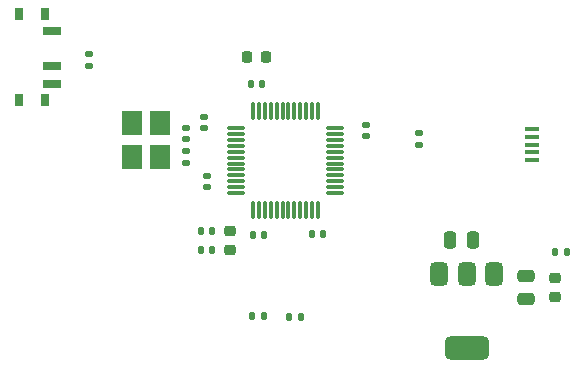
<source format=gbr>
%TF.GenerationSoftware,KiCad,Pcbnew,9.0.1*%
%TF.CreationDate,2025-06-08T22:19:25+02:00*%
%TF.ProjectId,STM32_Custom_Board,53544d33-325f-4437-9573-746f6d5f426f,rev?*%
%TF.SameCoordinates,Original*%
%TF.FileFunction,Paste,Top*%
%TF.FilePolarity,Positive*%
%FSLAX46Y46*%
G04 Gerber Fmt 4.6, Leading zero omitted, Abs format (unit mm)*
G04 Created by KiCad (PCBNEW 9.0.1) date 2025-06-08 22:19:25*
%MOMM*%
%LPD*%
G01*
G04 APERTURE LIST*
G04 Aperture macros list*
%AMRoundRect*
0 Rectangle with rounded corners*
0 $1 Rounding radius*
0 $2 $3 $4 $5 $6 $7 $8 $9 X,Y pos of 4 corners*
0 Add a 4 corners polygon primitive as box body*
4,1,4,$2,$3,$4,$5,$6,$7,$8,$9,$2,$3,0*
0 Add four circle primitives for the rounded corners*
1,1,$1+$1,$2,$3*
1,1,$1+$1,$4,$5*
1,1,$1+$1,$6,$7*
1,1,$1+$1,$8,$9*
0 Add four rect primitives between the rounded corners*
20,1,$1+$1,$2,$3,$4,$5,0*
20,1,$1+$1,$4,$5,$6,$7,0*
20,1,$1+$1,$6,$7,$8,$9,0*
20,1,$1+$1,$8,$9,$2,$3,0*%
G04 Aperture macros list end*
%ADD10RoundRect,0.375000X-0.375000X0.625000X-0.375000X-0.625000X0.375000X-0.625000X0.375000X0.625000X0*%
%ADD11RoundRect,0.500000X-1.400000X0.500000X-1.400000X-0.500000X1.400000X-0.500000X1.400000X0.500000X0*%
%ADD12RoundRect,0.250000X-0.250000X-0.475000X0.250000X-0.475000X0.250000X0.475000X-0.250000X0.475000X0*%
%ADD13RoundRect,0.140000X0.170000X-0.140000X0.170000X0.140000X-0.170000X0.140000X-0.170000X-0.140000X0*%
%ADD14RoundRect,0.140000X-0.170000X0.140000X-0.170000X-0.140000X0.170000X-0.140000X0.170000X0.140000X0*%
%ADD15RoundRect,0.135000X0.135000X0.185000X-0.135000X0.185000X-0.135000X-0.185000X0.135000X-0.185000X0*%
%ADD16RoundRect,0.140000X0.140000X0.170000X-0.140000X0.170000X-0.140000X-0.170000X0.140000X-0.170000X0*%
%ADD17RoundRect,0.250000X0.475000X-0.250000X0.475000X0.250000X-0.475000X0.250000X-0.475000X-0.250000X0*%
%ADD18RoundRect,0.225000X-0.225000X-0.250000X0.225000X-0.250000X0.225000X0.250000X-0.225000X0.250000X0*%
%ADD19R,1.300000X0.450000*%
%ADD20RoundRect,0.135000X-0.135000X-0.185000X0.135000X-0.185000X0.135000X0.185000X-0.135000X0.185000X0*%
%ADD21RoundRect,0.075000X-0.662500X-0.075000X0.662500X-0.075000X0.662500X0.075000X-0.662500X0.075000X0*%
%ADD22RoundRect,0.075000X-0.075000X-0.662500X0.075000X-0.662500X0.075000X0.662500X-0.075000X0.662500X0*%
%ADD23R,1.800000X2.100000*%
%ADD24RoundRect,0.140000X-0.140000X-0.170000X0.140000X-0.170000X0.140000X0.170000X-0.140000X0.170000X0*%
%ADD25RoundRect,0.135000X0.185000X-0.135000X0.185000X0.135000X-0.185000X0.135000X-0.185000X-0.135000X0*%
%ADD26RoundRect,0.135000X-0.185000X0.135000X-0.185000X-0.135000X0.185000X-0.135000X0.185000X0.135000X0*%
%ADD27RoundRect,0.218750X-0.256250X0.218750X-0.256250X-0.218750X0.256250X-0.218750X0.256250X0.218750X0*%
%ADD28R,0.800000X1.000000*%
%ADD29R,1.500000X0.700000*%
G04 APERTURE END LIST*
D10*
%TO.C,U1*%
X109300000Y-86350000D03*
X107000000Y-86350000D03*
D11*
X107000000Y-92650000D03*
D10*
X104700000Y-86350000D03*
%TD*%
D12*
%TO.C,C1*%
X105600000Y-83500000D03*
X107500000Y-83500000D03*
%TD*%
D13*
%TO.C,C8*%
X85000000Y-78980000D03*
X85000000Y-78020000D03*
%TD*%
D14*
%TO.C,C6*%
X98500000Y-73720000D03*
X98500000Y-74680000D03*
%TD*%
D15*
%TO.C,R5*%
X93000000Y-90000000D03*
X91980000Y-90000000D03*
%TD*%
D16*
%TO.C,C10*%
X85480000Y-84300000D03*
X84520000Y-84300000D03*
%TD*%
%TO.C,C9*%
X85480000Y-82700000D03*
X84520000Y-82700000D03*
%TD*%
D17*
%TO.C,C2*%
X112000000Y-88450000D03*
X112000000Y-86550000D03*
%TD*%
D18*
%TO.C,C3*%
X88425000Y-68000000D03*
X89975000Y-68000000D03*
%TD*%
D19*
%TO.C,J1*%
X112500000Y-76700000D03*
X112500000Y-76050000D03*
X112500000Y-75400000D03*
X112500000Y-74750000D03*
X112500000Y-74100000D03*
%TD*%
D20*
%TO.C,R1*%
X114490000Y-84500000D03*
X115510000Y-84500000D03*
%TD*%
%TO.C,R4*%
X88790000Y-89900000D03*
X89810000Y-89900000D03*
%TD*%
D21*
%TO.C,U2*%
X87500000Y-74000000D03*
X87500000Y-74500000D03*
X87500000Y-75000000D03*
X87500000Y-75500000D03*
X87500000Y-76000000D03*
X87500000Y-76500000D03*
X87500000Y-77000000D03*
X87500000Y-77500000D03*
X87500000Y-78000000D03*
X87500000Y-78500000D03*
X87500000Y-79000000D03*
X87500000Y-79500000D03*
D22*
X88912500Y-80912500D03*
X89412500Y-80912500D03*
X89912500Y-80912500D03*
X90412500Y-80912500D03*
X90912500Y-80912500D03*
X91412500Y-80912500D03*
X91912500Y-80912500D03*
X92412500Y-80912500D03*
X92912500Y-80912500D03*
X93412500Y-80912500D03*
X93912500Y-80912500D03*
X94412500Y-80912500D03*
D21*
X95825000Y-79500000D03*
X95825000Y-79000000D03*
X95825000Y-78500000D03*
X95825000Y-78000000D03*
X95825000Y-77500000D03*
X95825000Y-77000000D03*
X95825000Y-76500000D03*
X95825000Y-76000000D03*
X95825000Y-75500000D03*
X95825000Y-75000000D03*
X95825000Y-74500000D03*
X95825000Y-74000000D03*
D22*
X94412500Y-72587500D03*
X93912500Y-72587500D03*
X93412500Y-72587500D03*
X92912500Y-72587500D03*
X92412500Y-72587500D03*
X91912500Y-72587500D03*
X91412500Y-72587500D03*
X90912500Y-72587500D03*
X90412500Y-72587500D03*
X89912500Y-72587500D03*
X89412500Y-72587500D03*
X88912500Y-72587500D03*
%TD*%
D13*
%TO.C,C13*%
X83250000Y-76930000D03*
X83250000Y-75970000D03*
%TD*%
D23*
%TO.C,Y1*%
X78700000Y-73550000D03*
X78700000Y-76450000D03*
X81000000Y-76450000D03*
X81000000Y-73550000D03*
%TD*%
D13*
%TO.C,C12*%
X83250000Y-74930000D03*
X83250000Y-73970000D03*
%TD*%
D24*
%TO.C,C11*%
X88920000Y-83050000D03*
X89880000Y-83050000D03*
%TD*%
D13*
%TO.C,C4*%
X84750000Y-73980000D03*
X84750000Y-73020000D03*
%TD*%
D25*
%TO.C,R2*%
X75000000Y-68710000D03*
X75000000Y-67690000D03*
%TD*%
D26*
%TO.C,R3*%
X103000000Y-74440000D03*
X103000000Y-75460000D03*
%TD*%
D24*
%TO.C,C7*%
X88720000Y-70300000D03*
X89680000Y-70300000D03*
%TD*%
D27*
%TO.C,D1*%
X114500000Y-86712500D03*
X114500000Y-88287500D03*
%TD*%
%TO.C,FB1*%
X87000000Y-82712500D03*
X87000000Y-84287500D03*
%TD*%
D16*
%TO.C,C5*%
X94880000Y-83000000D03*
X93920000Y-83000000D03*
%TD*%
D28*
%TO.C,SW1*%
X71280000Y-64350000D03*
X69070000Y-64350000D03*
X71280000Y-71650000D03*
X69070000Y-71650000D03*
D29*
X71930000Y-65750000D03*
X71930000Y-68750000D03*
X71930000Y-70250000D03*
%TD*%
M02*

</source>
